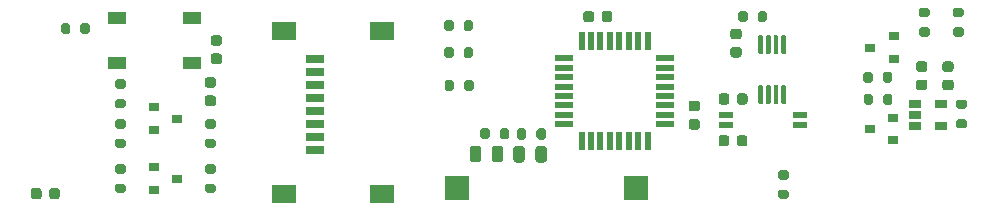
<source format=gbr>
%TF.GenerationSoftware,KiCad,Pcbnew,(5.1.10)-1*%
%TF.CreationDate,2021-07-02T15:13:39-07:00*%
%TF.ProjectId,BivalveBit,42697661-6c76-4654-9269-742e6b696361,A*%
%TF.SameCoordinates,Original*%
%TF.FileFunction,Paste,Top*%
%TF.FilePolarity,Positive*%
%FSLAX46Y46*%
G04 Gerber Fmt 4.6, Leading zero omitted, Abs format (unit mm)*
G04 Created by KiCad (PCBNEW (5.1.10)-1) date 2021-07-02 15:13:39*
%MOMM*%
%LPD*%
G01*
G04 APERTURE LIST*
%ADD10R,0.900000X0.800000*%
%ADD11R,1.060000X0.650000*%
%ADD12R,0.550000X1.600000*%
%ADD13R,1.600000X0.550000*%
%ADD14R,2.000000X2.000000*%
%ADD15R,1.600000X1.000000*%
%ADD16R,2.050000X1.500000*%
%ADD17R,1.500000X0.800000*%
%ADD18R,1.200000X0.600000*%
G04 APERTURE END LIST*
%TO.C,R17*%
G36*
G01*
X184234500Y-122218900D02*
X183684500Y-122218900D01*
G75*
G02*
X183484500Y-122018900I0J200000D01*
G01*
X183484500Y-121618900D01*
G75*
G02*
X183684500Y-121418900I200000J0D01*
G01*
X184234500Y-121418900D01*
G75*
G02*
X184434500Y-121618900I0J-200000D01*
G01*
X184434500Y-122018900D01*
G75*
G02*
X184234500Y-122218900I-200000J0D01*
G01*
G37*
G36*
G01*
X184234500Y-123868900D02*
X183684500Y-123868900D01*
G75*
G02*
X183484500Y-123668900I0J200000D01*
G01*
X183484500Y-123268900D01*
G75*
G02*
X183684500Y-123068900I200000J0D01*
G01*
X184234500Y-123068900D01*
G75*
G02*
X184434500Y-123268900I0J-200000D01*
G01*
X184434500Y-123668900D01*
G75*
G02*
X184234500Y-123868900I-200000J0D01*
G01*
G37*
%TD*%
%TO.C,R16*%
G36*
G01*
X181377000Y-122218900D02*
X180827000Y-122218900D01*
G75*
G02*
X180627000Y-122018900I0J200000D01*
G01*
X180627000Y-121618900D01*
G75*
G02*
X180827000Y-121418900I200000J0D01*
G01*
X181377000Y-121418900D01*
G75*
G02*
X181577000Y-121618900I0J-200000D01*
G01*
X181577000Y-122018900D01*
G75*
G02*
X181377000Y-122218900I-200000J0D01*
G01*
G37*
G36*
G01*
X181377000Y-123868900D02*
X180827000Y-123868900D01*
G75*
G02*
X180627000Y-123668900I0J200000D01*
G01*
X180627000Y-123268900D01*
G75*
G02*
X180827000Y-123068900I200000J0D01*
G01*
X181377000Y-123068900D01*
G75*
G02*
X181577000Y-123268900I0J-200000D01*
G01*
X181577000Y-123668900D01*
G75*
G02*
X181377000Y-123868900I-200000J0D01*
G01*
G37*
%TD*%
D10*
%TO.C,U4*%
X117840000Y-135890000D03*
X115840000Y-136840000D03*
X115840000Y-134940000D03*
%TD*%
D11*
%TO.C,U3*%
X182519500Y-129529800D03*
X182519500Y-131429800D03*
X180319500Y-131429800D03*
X180319500Y-130479800D03*
X180319500Y-129529800D03*
%TD*%
D12*
%TO.C,U2*%
X152072000Y-124242000D03*
X152872000Y-124242000D03*
X153672000Y-124242000D03*
X154472000Y-124242000D03*
X155272000Y-124242000D03*
X156072000Y-124242000D03*
X156872000Y-124242000D03*
X157672000Y-124242000D03*
D13*
X159122000Y-125692000D03*
X159122000Y-126492000D03*
X159122000Y-127292000D03*
X159122000Y-128092000D03*
X159122000Y-128892000D03*
X159122000Y-129692000D03*
X159122000Y-130492000D03*
X159122000Y-131292000D03*
D12*
X157672000Y-132742000D03*
X156872000Y-132742000D03*
X156072000Y-132742000D03*
X155272000Y-132742000D03*
X154472000Y-132742000D03*
X153672000Y-132742000D03*
X152872000Y-132742000D03*
X152072000Y-132742000D03*
D13*
X150622000Y-131292000D03*
X150622000Y-130492000D03*
X150622000Y-129692000D03*
X150622000Y-128892000D03*
X150622000Y-128092000D03*
X150622000Y-127292000D03*
X150622000Y-126492000D03*
X150622000Y-125692000D03*
%TD*%
D14*
%TO.C,SW2*%
X156658000Y-136652000D03*
X141538000Y-136652000D03*
%TD*%
D15*
%TO.C,RESET1*%
X119126000Y-126106000D03*
X112726000Y-126106000D03*
X119126000Y-122306000D03*
X112726000Y-122306000D03*
%TD*%
%TO.C,R15*%
G36*
G01*
X168889000Y-136823000D02*
X169439000Y-136823000D01*
G75*
G02*
X169639000Y-137023000I0J-200000D01*
G01*
X169639000Y-137423000D01*
G75*
G02*
X169439000Y-137623000I-200000J0D01*
G01*
X168889000Y-137623000D01*
G75*
G02*
X168689000Y-137423000I0J200000D01*
G01*
X168689000Y-137023000D01*
G75*
G02*
X168889000Y-136823000I200000J0D01*
G01*
G37*
G36*
G01*
X168889000Y-135173000D02*
X169439000Y-135173000D01*
G75*
G02*
X169639000Y-135373000I0J-200000D01*
G01*
X169639000Y-135773000D01*
G75*
G02*
X169439000Y-135973000I-200000J0D01*
G01*
X168889000Y-135973000D01*
G75*
G02*
X168689000Y-135773000I0J200000D01*
G01*
X168689000Y-135373000D01*
G75*
G02*
X168889000Y-135173000I200000J0D01*
G01*
G37*
%TD*%
%TO.C,R14*%
G36*
G01*
X183963900Y-130841300D02*
X184513900Y-130841300D01*
G75*
G02*
X184713900Y-131041300I0J-200000D01*
G01*
X184713900Y-131441300D01*
G75*
G02*
X184513900Y-131641300I-200000J0D01*
G01*
X183963900Y-131641300D01*
G75*
G02*
X183763900Y-131441300I0J200000D01*
G01*
X183763900Y-131041300D01*
G75*
G02*
X183963900Y-130841300I200000J0D01*
G01*
G37*
G36*
G01*
X183963900Y-129191300D02*
X184513900Y-129191300D01*
G75*
G02*
X184713900Y-129391300I0J-200000D01*
G01*
X184713900Y-129791300D01*
G75*
G02*
X184513900Y-129991300I-200000J0D01*
G01*
X183963900Y-129991300D01*
G75*
G02*
X183763900Y-129791300I0J200000D01*
G01*
X183763900Y-129391300D01*
G75*
G02*
X183963900Y-129191300I200000J0D01*
G01*
G37*
%TD*%
%TO.C,R13*%
G36*
G01*
X113305000Y-128290000D02*
X112755000Y-128290000D01*
G75*
G02*
X112555000Y-128090000I0J200000D01*
G01*
X112555000Y-127690000D01*
G75*
G02*
X112755000Y-127490000I200000J0D01*
G01*
X113305000Y-127490000D01*
G75*
G02*
X113505000Y-127690000I0J-200000D01*
G01*
X113505000Y-128090000D01*
G75*
G02*
X113305000Y-128290000I-200000J0D01*
G01*
G37*
G36*
G01*
X113305000Y-129940000D02*
X112755000Y-129940000D01*
G75*
G02*
X112555000Y-129740000I0J200000D01*
G01*
X112555000Y-129340000D01*
G75*
G02*
X112755000Y-129140000I200000J0D01*
G01*
X113305000Y-129140000D01*
G75*
G02*
X113505000Y-129340000I0J-200000D01*
G01*
X113505000Y-129740000D01*
G75*
G02*
X113305000Y-129940000I-200000J0D01*
G01*
G37*
%TD*%
%TO.C,R12*%
G36*
G01*
X120925000Y-131655000D02*
X120375000Y-131655000D01*
G75*
G02*
X120175000Y-131455000I0J200000D01*
G01*
X120175000Y-131055000D01*
G75*
G02*
X120375000Y-130855000I200000J0D01*
G01*
X120925000Y-130855000D01*
G75*
G02*
X121125000Y-131055000I0J-200000D01*
G01*
X121125000Y-131455000D01*
G75*
G02*
X120925000Y-131655000I-200000J0D01*
G01*
G37*
G36*
G01*
X120925000Y-133305000D02*
X120375000Y-133305000D01*
G75*
G02*
X120175000Y-133105000I0J200000D01*
G01*
X120175000Y-132705000D01*
G75*
G02*
X120375000Y-132505000I200000J0D01*
G01*
X120925000Y-132505000D01*
G75*
G02*
X121125000Y-132705000I0J-200000D01*
G01*
X121125000Y-133105000D01*
G75*
G02*
X120925000Y-133305000I-200000J0D01*
G01*
G37*
%TD*%
%TO.C,R11*%
G36*
G01*
X113305000Y-131655000D02*
X112755000Y-131655000D01*
G75*
G02*
X112555000Y-131455000I0J200000D01*
G01*
X112555000Y-131055000D01*
G75*
G02*
X112755000Y-130855000I200000J0D01*
G01*
X113305000Y-130855000D01*
G75*
G02*
X113505000Y-131055000I0J-200000D01*
G01*
X113505000Y-131455000D01*
G75*
G02*
X113305000Y-131655000I-200000J0D01*
G01*
G37*
G36*
G01*
X113305000Y-133305000D02*
X112755000Y-133305000D01*
G75*
G02*
X112555000Y-133105000I0J200000D01*
G01*
X112555000Y-132705000D01*
G75*
G02*
X112755000Y-132505000I200000J0D01*
G01*
X113305000Y-132505000D01*
G75*
G02*
X113505000Y-132705000I0J-200000D01*
G01*
X113505000Y-133105000D01*
G75*
G02*
X113305000Y-133305000I-200000J0D01*
G01*
G37*
%TD*%
%TO.C,R10*%
G36*
G01*
X120925000Y-135465000D02*
X120375000Y-135465000D01*
G75*
G02*
X120175000Y-135265000I0J200000D01*
G01*
X120175000Y-134865000D01*
G75*
G02*
X120375000Y-134665000I200000J0D01*
G01*
X120925000Y-134665000D01*
G75*
G02*
X121125000Y-134865000I0J-200000D01*
G01*
X121125000Y-135265000D01*
G75*
G02*
X120925000Y-135465000I-200000J0D01*
G01*
G37*
G36*
G01*
X120925000Y-137115000D02*
X120375000Y-137115000D01*
G75*
G02*
X120175000Y-136915000I0J200000D01*
G01*
X120175000Y-136515000D01*
G75*
G02*
X120375000Y-136315000I200000J0D01*
G01*
X120925000Y-136315000D01*
G75*
G02*
X121125000Y-136515000I0J-200000D01*
G01*
X121125000Y-136915000D01*
G75*
G02*
X120925000Y-137115000I-200000J0D01*
G01*
G37*
%TD*%
%TO.C,R9*%
G36*
G01*
X113305000Y-135465000D02*
X112755000Y-135465000D01*
G75*
G02*
X112555000Y-135265000I0J200000D01*
G01*
X112555000Y-134865000D01*
G75*
G02*
X112755000Y-134665000I200000J0D01*
G01*
X113305000Y-134665000D01*
G75*
G02*
X113505000Y-134865000I0J-200000D01*
G01*
X113505000Y-135265000D01*
G75*
G02*
X113305000Y-135465000I-200000J0D01*
G01*
G37*
G36*
G01*
X113305000Y-137115000D02*
X112755000Y-137115000D01*
G75*
G02*
X112555000Y-136915000I0J200000D01*
G01*
X112555000Y-136515000D01*
G75*
G02*
X112755000Y-136315000I200000J0D01*
G01*
X113305000Y-136315000D01*
G75*
G02*
X113505000Y-136515000I0J-200000D01*
G01*
X113505000Y-136915000D01*
G75*
G02*
X113305000Y-137115000I-200000J0D01*
G01*
G37*
%TD*%
%TO.C,R8*%
G36*
G01*
X141244000Y-122661000D02*
X141244000Y-123211000D01*
G75*
G02*
X141044000Y-123411000I-200000J0D01*
G01*
X140644000Y-123411000D01*
G75*
G02*
X140444000Y-123211000I0J200000D01*
G01*
X140444000Y-122661000D01*
G75*
G02*
X140644000Y-122461000I200000J0D01*
G01*
X141044000Y-122461000D01*
G75*
G02*
X141244000Y-122661000I0J-200000D01*
G01*
G37*
G36*
G01*
X142894000Y-122661000D02*
X142894000Y-123211000D01*
G75*
G02*
X142694000Y-123411000I-200000J0D01*
G01*
X142294000Y-123411000D01*
G75*
G02*
X142094000Y-123211000I0J200000D01*
G01*
X142094000Y-122661000D01*
G75*
G02*
X142294000Y-122461000I200000J0D01*
G01*
X142694000Y-122461000D01*
G75*
G02*
X142894000Y-122661000I0J-200000D01*
G01*
G37*
%TD*%
%TO.C,R7*%
G36*
G01*
X144304200Y-131805000D02*
X144304200Y-132355000D01*
G75*
G02*
X144104200Y-132555000I-200000J0D01*
G01*
X143704200Y-132555000D01*
G75*
G02*
X143504200Y-132355000I0J200000D01*
G01*
X143504200Y-131805000D01*
G75*
G02*
X143704200Y-131605000I200000J0D01*
G01*
X144104200Y-131605000D01*
G75*
G02*
X144304200Y-131805000I0J-200000D01*
G01*
G37*
G36*
G01*
X145954200Y-131805000D02*
X145954200Y-132355000D01*
G75*
G02*
X145754200Y-132555000I-200000J0D01*
G01*
X145354200Y-132555000D01*
G75*
G02*
X145154200Y-132355000I0J200000D01*
G01*
X145154200Y-131805000D01*
G75*
G02*
X145354200Y-131605000I200000J0D01*
G01*
X145754200Y-131605000D01*
G75*
G02*
X145954200Y-131805000I0J-200000D01*
G01*
G37*
%TD*%
%TO.C,R6*%
G36*
G01*
X141244000Y-124947000D02*
X141244000Y-125497000D01*
G75*
G02*
X141044000Y-125697000I-200000J0D01*
G01*
X140644000Y-125697000D01*
G75*
G02*
X140444000Y-125497000I0J200000D01*
G01*
X140444000Y-124947000D01*
G75*
G02*
X140644000Y-124747000I200000J0D01*
G01*
X141044000Y-124747000D01*
G75*
G02*
X141244000Y-124947000I0J-200000D01*
G01*
G37*
G36*
G01*
X142894000Y-124947000D02*
X142894000Y-125497000D01*
G75*
G02*
X142694000Y-125697000I-200000J0D01*
G01*
X142294000Y-125697000D01*
G75*
G02*
X142094000Y-125497000I0J200000D01*
G01*
X142094000Y-124947000D01*
G75*
G02*
X142294000Y-124747000I200000J0D01*
G01*
X142694000Y-124747000D01*
G75*
G02*
X142894000Y-124947000I0J-200000D01*
G01*
G37*
%TD*%
%TO.C,R5*%
G36*
G01*
X176752700Y-128896700D02*
X176752700Y-129446700D01*
G75*
G02*
X176552700Y-129646700I-200000J0D01*
G01*
X176152700Y-129646700D01*
G75*
G02*
X175952700Y-129446700I0J200000D01*
G01*
X175952700Y-128896700D01*
G75*
G02*
X176152700Y-128696700I200000J0D01*
G01*
X176552700Y-128696700D01*
G75*
G02*
X176752700Y-128896700I0J-200000D01*
G01*
G37*
G36*
G01*
X178402700Y-128896700D02*
X178402700Y-129446700D01*
G75*
G02*
X178202700Y-129646700I-200000J0D01*
G01*
X177802700Y-129646700D01*
G75*
G02*
X177602700Y-129446700I0J200000D01*
G01*
X177602700Y-128896700D01*
G75*
G02*
X177802700Y-128696700I200000J0D01*
G01*
X178202700Y-128696700D01*
G75*
G02*
X178402700Y-128896700I0J-200000D01*
G01*
G37*
%TD*%
%TO.C,R4*%
G36*
G01*
X176740000Y-127029800D02*
X176740000Y-127579800D01*
G75*
G02*
X176540000Y-127779800I-200000J0D01*
G01*
X176140000Y-127779800D01*
G75*
G02*
X175940000Y-127579800I0J200000D01*
G01*
X175940000Y-127029800D01*
G75*
G02*
X176140000Y-126829800I200000J0D01*
G01*
X176540000Y-126829800D01*
G75*
G02*
X176740000Y-127029800I0J-200000D01*
G01*
G37*
G36*
G01*
X178390000Y-127029800D02*
X178390000Y-127579800D01*
G75*
G02*
X178190000Y-127779800I-200000J0D01*
G01*
X177790000Y-127779800D01*
G75*
G02*
X177590000Y-127579800I0J200000D01*
G01*
X177590000Y-127029800D01*
G75*
G02*
X177790000Y-126829800I200000J0D01*
G01*
X178190000Y-126829800D01*
G75*
G02*
X178390000Y-127029800I0J-200000D01*
G01*
G37*
%TD*%
%TO.C,R3*%
G36*
G01*
X142131600Y-128278300D02*
X142131600Y-127728300D01*
G75*
G02*
X142331600Y-127528300I200000J0D01*
G01*
X142731600Y-127528300D01*
G75*
G02*
X142931600Y-127728300I0J-200000D01*
G01*
X142931600Y-128278300D01*
G75*
G02*
X142731600Y-128478300I-200000J0D01*
G01*
X142331600Y-128478300D01*
G75*
G02*
X142131600Y-128278300I0J200000D01*
G01*
G37*
G36*
G01*
X140481600Y-128278300D02*
X140481600Y-127728300D01*
G75*
G02*
X140681600Y-127528300I200000J0D01*
G01*
X141081600Y-127528300D01*
G75*
G02*
X141281600Y-127728300I0J-200000D01*
G01*
X141281600Y-128278300D01*
G75*
G02*
X141081600Y-128478300I-200000J0D01*
G01*
X140681600Y-128478300D01*
G75*
G02*
X140481600Y-128278300I0J200000D01*
G01*
G37*
%TD*%
%TO.C,R2*%
G36*
G01*
X109645000Y-123465000D02*
X109645000Y-122915000D01*
G75*
G02*
X109845000Y-122715000I200000J0D01*
G01*
X110245000Y-122715000D01*
G75*
G02*
X110445000Y-122915000I0J-200000D01*
G01*
X110445000Y-123465000D01*
G75*
G02*
X110245000Y-123665000I-200000J0D01*
G01*
X109845000Y-123665000D01*
G75*
G02*
X109645000Y-123465000I0J200000D01*
G01*
G37*
G36*
G01*
X107995000Y-123465000D02*
X107995000Y-122915000D01*
G75*
G02*
X108195000Y-122715000I200000J0D01*
G01*
X108595000Y-122715000D01*
G75*
G02*
X108795000Y-122915000I0J-200000D01*
G01*
X108795000Y-123465000D01*
G75*
G02*
X108595000Y-123665000I-200000J0D01*
G01*
X108195000Y-123665000D01*
G75*
G02*
X107995000Y-123465000I0J200000D01*
G01*
G37*
%TD*%
%TO.C,R1*%
G36*
G01*
X166986000Y-122449000D02*
X166986000Y-121899000D01*
G75*
G02*
X167186000Y-121699000I200000J0D01*
G01*
X167586000Y-121699000D01*
G75*
G02*
X167786000Y-121899000I0J-200000D01*
G01*
X167786000Y-122449000D01*
G75*
G02*
X167586000Y-122649000I-200000J0D01*
G01*
X167186000Y-122649000D01*
G75*
G02*
X166986000Y-122449000I0J200000D01*
G01*
G37*
G36*
G01*
X165336000Y-122449000D02*
X165336000Y-121899000D01*
G75*
G02*
X165536000Y-121699000I200000J0D01*
G01*
X165936000Y-121699000D01*
G75*
G02*
X166136000Y-121899000I0J-200000D01*
G01*
X166136000Y-122449000D01*
G75*
G02*
X165936000Y-122649000I-200000J0D01*
G01*
X165536000Y-122649000D01*
G75*
G02*
X165336000Y-122449000I0J200000D01*
G01*
G37*
%TD*%
D10*
%TO.C,Q3*%
X117840000Y-130810000D03*
X115840000Y-131760000D03*
X115840000Y-129860000D03*
%TD*%
%TO.C,Q2*%
X176469800Y-131673600D03*
X178469800Y-130723600D03*
X178469800Y-132623600D03*
%TD*%
%TO.C,Q1*%
X176533300Y-124790200D03*
X178533300Y-123840200D03*
X178533300Y-125740200D03*
%TD*%
D16*
%TO.C,microSD1*%
X126872000Y-123427000D03*
X135172000Y-123427000D03*
X135172000Y-137177000D03*
X126872000Y-137177000D03*
D17*
X129472000Y-125802000D03*
X129472000Y-126902000D03*
X129472000Y-128002000D03*
X129472000Y-129102000D03*
X129472000Y-130202000D03*
X129472000Y-131302000D03*
X129472000Y-132402000D03*
X129472000Y-133502000D03*
%TD*%
%TO.C,D1*%
G36*
G01*
X144480700Y-134263450D02*
X144480700Y-133350950D01*
G75*
G02*
X144724450Y-133107200I243750J0D01*
G01*
X145211950Y-133107200D01*
G75*
G02*
X145455700Y-133350950I0J-243750D01*
G01*
X145455700Y-134263450D01*
G75*
G02*
X145211950Y-134507200I-243750J0D01*
G01*
X144724450Y-134507200D01*
G75*
G02*
X144480700Y-134263450I0J243750D01*
G01*
G37*
G36*
G01*
X142605700Y-134263450D02*
X142605700Y-133350950D01*
G75*
G02*
X142849450Y-133107200I243750J0D01*
G01*
X143336950Y-133107200D01*
G75*
G02*
X143580700Y-133350950I0J-243750D01*
G01*
X143580700Y-134263450D01*
G75*
G02*
X143336950Y-134507200I-243750J0D01*
G01*
X142849450Y-134507200D01*
G75*
G02*
X142605700Y-134263450I0J243750D01*
G01*
G37*
%TD*%
D18*
%TO.C,Crystal_32.768kHz1*%
X164274100Y-130474300D03*
X170574100Y-130474300D03*
X170574100Y-131374300D03*
X164274100Y-131374300D03*
%TD*%
%TO.C,C8*%
G36*
G01*
X153129100Y-121924000D02*
X153129100Y-122424000D01*
G75*
G02*
X152904100Y-122649000I-225000J0D01*
G01*
X152454100Y-122649000D01*
G75*
G02*
X152229100Y-122424000I0J225000D01*
G01*
X152229100Y-121924000D01*
G75*
G02*
X152454100Y-121699000I225000J0D01*
G01*
X152904100Y-121699000D01*
G75*
G02*
X153129100Y-121924000I0J-225000D01*
G01*
G37*
G36*
G01*
X154679100Y-121924000D02*
X154679100Y-122424000D01*
G75*
G02*
X154454100Y-122649000I-225000J0D01*
G01*
X154004100Y-122649000D01*
G75*
G02*
X153779100Y-122424000I0J225000D01*
G01*
X153779100Y-121924000D01*
G75*
G02*
X154004100Y-121699000I225000J0D01*
G01*
X154454100Y-121699000D01*
G75*
G02*
X154679100Y-121924000I0J-225000D01*
G01*
G37*
%TD*%
%TO.C,C7*%
G36*
G01*
X121408000Y-124643000D02*
X120908000Y-124643000D01*
G75*
G02*
X120683000Y-124418000I0J225000D01*
G01*
X120683000Y-123968000D01*
G75*
G02*
X120908000Y-123743000I225000J0D01*
G01*
X121408000Y-123743000D01*
G75*
G02*
X121633000Y-123968000I0J-225000D01*
G01*
X121633000Y-124418000D01*
G75*
G02*
X121408000Y-124643000I-225000J0D01*
G01*
G37*
G36*
G01*
X121408000Y-126193000D02*
X120908000Y-126193000D01*
G75*
G02*
X120683000Y-125968000I0J225000D01*
G01*
X120683000Y-125518000D01*
G75*
G02*
X120908000Y-125293000I225000J0D01*
G01*
X121408000Y-125293000D01*
G75*
G02*
X121633000Y-125518000I0J-225000D01*
G01*
X121633000Y-125968000D01*
G75*
G02*
X121408000Y-126193000I-225000J0D01*
G01*
G37*
%TD*%
%TO.C,C6*%
G36*
G01*
X120400000Y-128849000D02*
X120900000Y-128849000D01*
G75*
G02*
X121125000Y-129074000I0J-225000D01*
G01*
X121125000Y-129524000D01*
G75*
G02*
X120900000Y-129749000I-225000J0D01*
G01*
X120400000Y-129749000D01*
G75*
G02*
X120175000Y-129524000I0J225000D01*
G01*
X120175000Y-129074000D01*
G75*
G02*
X120400000Y-128849000I225000J0D01*
G01*
G37*
G36*
G01*
X120400000Y-127299000D02*
X120900000Y-127299000D01*
G75*
G02*
X121125000Y-127524000I0J-225000D01*
G01*
X121125000Y-127974000D01*
G75*
G02*
X120900000Y-128199000I-225000J0D01*
G01*
X120400000Y-128199000D01*
G75*
G02*
X120175000Y-127974000I0J225000D01*
G01*
X120175000Y-127524000D01*
G75*
G02*
X120400000Y-127299000I225000J0D01*
G01*
G37*
%TD*%
%TO.C,C5*%
G36*
G01*
X183345900Y-126865500D02*
X182845900Y-126865500D01*
G75*
G02*
X182620900Y-126640500I0J225000D01*
G01*
X182620900Y-126190500D01*
G75*
G02*
X182845900Y-125965500I225000J0D01*
G01*
X183345900Y-125965500D01*
G75*
G02*
X183570900Y-126190500I0J-225000D01*
G01*
X183570900Y-126640500D01*
G75*
G02*
X183345900Y-126865500I-225000J0D01*
G01*
G37*
G36*
G01*
X183345900Y-128415500D02*
X182845900Y-128415500D01*
G75*
G02*
X182620900Y-128190500I0J225000D01*
G01*
X182620900Y-127740500D01*
G75*
G02*
X182845900Y-127515500I225000J0D01*
G01*
X183345900Y-127515500D01*
G75*
G02*
X183570900Y-127740500I0J-225000D01*
G01*
X183570900Y-128190500D01*
G75*
G02*
X183345900Y-128415500I-225000J0D01*
G01*
G37*
%TD*%
%TO.C,C4*%
G36*
G01*
X161870200Y-130192900D02*
X161370200Y-130192900D01*
G75*
G02*
X161145200Y-129967900I0J225000D01*
G01*
X161145200Y-129517900D01*
G75*
G02*
X161370200Y-129292900I225000J0D01*
G01*
X161870200Y-129292900D01*
G75*
G02*
X162095200Y-129517900I0J-225000D01*
G01*
X162095200Y-129967900D01*
G75*
G02*
X161870200Y-130192900I-225000J0D01*
G01*
G37*
G36*
G01*
X161870200Y-131742900D02*
X161370200Y-131742900D01*
G75*
G02*
X161145200Y-131517900I0J225000D01*
G01*
X161145200Y-131067900D01*
G75*
G02*
X161370200Y-130842900I225000J0D01*
G01*
X161870200Y-130842900D01*
G75*
G02*
X162095200Y-131067900I0J-225000D01*
G01*
X162095200Y-131517900D01*
G75*
G02*
X161870200Y-131742900I-225000J0D01*
G01*
G37*
%TD*%
%TO.C,C3*%
G36*
G01*
X181123400Y-126852800D02*
X180623400Y-126852800D01*
G75*
G02*
X180398400Y-126627800I0J225000D01*
G01*
X180398400Y-126177800D01*
G75*
G02*
X180623400Y-125952800I225000J0D01*
G01*
X181123400Y-125952800D01*
G75*
G02*
X181348400Y-126177800I0J-225000D01*
G01*
X181348400Y-126627800D01*
G75*
G02*
X181123400Y-126852800I-225000J0D01*
G01*
G37*
G36*
G01*
X181123400Y-128402800D02*
X180623400Y-128402800D01*
G75*
G02*
X180398400Y-128177800I0J225000D01*
G01*
X180398400Y-127727800D01*
G75*
G02*
X180623400Y-127502800I225000J0D01*
G01*
X181123400Y-127502800D01*
G75*
G02*
X181348400Y-127727800I0J-225000D01*
G01*
X181348400Y-128177800D01*
G75*
G02*
X181123400Y-128402800I-225000J0D01*
G01*
G37*
%TD*%
%TO.C,C2*%
G36*
G01*
X107005000Y-137410000D02*
X107005000Y-136910000D01*
G75*
G02*
X107230000Y-136685000I225000J0D01*
G01*
X107680000Y-136685000D01*
G75*
G02*
X107905000Y-136910000I0J-225000D01*
G01*
X107905000Y-137410000D01*
G75*
G02*
X107680000Y-137635000I-225000J0D01*
G01*
X107230000Y-137635000D01*
G75*
G02*
X107005000Y-137410000I0J225000D01*
G01*
G37*
G36*
G01*
X105455000Y-137410000D02*
X105455000Y-136910000D01*
G75*
G02*
X105680000Y-136685000I225000J0D01*
G01*
X106130000Y-136685000D01*
G75*
G02*
X106355000Y-136910000I0J-225000D01*
G01*
X106355000Y-137410000D01*
G75*
G02*
X106130000Y-137635000I-225000J0D01*
G01*
X105680000Y-137635000D01*
G75*
G02*
X105455000Y-137410000I0J225000D01*
G01*
G37*
%TD*%
%TO.C,C1*%
G36*
G01*
X164900800Y-124746900D02*
X165400800Y-124746900D01*
G75*
G02*
X165625800Y-124971900I0J-225000D01*
G01*
X165625800Y-125421900D01*
G75*
G02*
X165400800Y-125646900I-225000J0D01*
G01*
X164900800Y-125646900D01*
G75*
G02*
X164675800Y-125421900I0J225000D01*
G01*
X164675800Y-124971900D01*
G75*
G02*
X164900800Y-124746900I225000J0D01*
G01*
G37*
G36*
G01*
X164900800Y-123196900D02*
X165400800Y-123196900D01*
G75*
G02*
X165625800Y-123421900I0J-225000D01*
G01*
X165625800Y-123871900D01*
G75*
G02*
X165400800Y-124096900I-225000J0D01*
G01*
X164900800Y-124096900D01*
G75*
G02*
X164675800Y-123871900I0J225000D01*
G01*
X164675800Y-123421900D01*
G75*
G02*
X164900800Y-123196900I225000J0D01*
G01*
G37*
%TD*%
%TO.C,C9*%
G36*
G01*
X166134500Y-128896300D02*
X166134500Y-129396300D01*
G75*
G02*
X165909500Y-129621300I-225000J0D01*
G01*
X165459500Y-129621300D01*
G75*
G02*
X165234500Y-129396300I0J225000D01*
G01*
X165234500Y-128896300D01*
G75*
G02*
X165459500Y-128671300I225000J0D01*
G01*
X165909500Y-128671300D01*
G75*
G02*
X166134500Y-128896300I0J-225000D01*
G01*
G37*
G36*
G01*
X164584500Y-128896300D02*
X164584500Y-129396300D01*
G75*
G02*
X164359500Y-129621300I-225000J0D01*
G01*
X163909500Y-129621300D01*
G75*
G02*
X163684500Y-129396300I0J225000D01*
G01*
X163684500Y-128896300D01*
G75*
G02*
X163909500Y-128671300I225000J0D01*
G01*
X164359500Y-128671300D01*
G75*
G02*
X164584500Y-128896300I0J-225000D01*
G01*
G37*
%TD*%
%TO.C,C10*%
G36*
G01*
X165221800Y-132939600D02*
X165221800Y-132439600D01*
G75*
G02*
X165446800Y-132214600I225000J0D01*
G01*
X165896800Y-132214600D01*
G75*
G02*
X166121800Y-132439600I0J-225000D01*
G01*
X166121800Y-132939600D01*
G75*
G02*
X165896800Y-133164600I-225000J0D01*
G01*
X165446800Y-133164600D01*
G75*
G02*
X165221800Y-132939600I0J225000D01*
G01*
G37*
G36*
G01*
X163671800Y-132939600D02*
X163671800Y-132439600D01*
G75*
G02*
X163896800Y-132214600I225000J0D01*
G01*
X164346800Y-132214600D01*
G75*
G02*
X164571800Y-132439600I0J-225000D01*
G01*
X164571800Y-132939600D01*
G75*
G02*
X164346800Y-133164600I-225000J0D01*
G01*
X163896800Y-133164600D01*
G75*
G02*
X163671800Y-132939600I0J225000D01*
G01*
G37*
%TD*%
%TO.C,RTC1*%
G36*
G01*
X167336500Y-129594800D02*
X167136500Y-129594800D01*
G75*
G02*
X167036500Y-129494800I0J100000D01*
G01*
X167036500Y-128069800D01*
G75*
G02*
X167136500Y-127969800I100000J0D01*
G01*
X167336500Y-127969800D01*
G75*
G02*
X167436500Y-128069800I0J-100000D01*
G01*
X167436500Y-129494800D01*
G75*
G02*
X167336500Y-129594800I-100000J0D01*
G01*
G37*
G36*
G01*
X167986500Y-129594800D02*
X167786500Y-129594800D01*
G75*
G02*
X167686500Y-129494800I0J100000D01*
G01*
X167686500Y-128069800D01*
G75*
G02*
X167786500Y-127969800I100000J0D01*
G01*
X167986500Y-127969800D01*
G75*
G02*
X168086500Y-128069800I0J-100000D01*
G01*
X168086500Y-129494800D01*
G75*
G02*
X167986500Y-129594800I-100000J0D01*
G01*
G37*
G36*
G01*
X168636500Y-129594800D02*
X168436500Y-129594800D01*
G75*
G02*
X168336500Y-129494800I0J100000D01*
G01*
X168336500Y-128069800D01*
G75*
G02*
X168436500Y-127969800I100000J0D01*
G01*
X168636500Y-127969800D01*
G75*
G02*
X168736500Y-128069800I0J-100000D01*
G01*
X168736500Y-129494800D01*
G75*
G02*
X168636500Y-129594800I-100000J0D01*
G01*
G37*
G36*
G01*
X169286500Y-129594800D02*
X169086500Y-129594800D01*
G75*
G02*
X168986500Y-129494800I0J100000D01*
G01*
X168986500Y-128069800D01*
G75*
G02*
X169086500Y-127969800I100000J0D01*
G01*
X169286500Y-127969800D01*
G75*
G02*
X169386500Y-128069800I0J-100000D01*
G01*
X169386500Y-129494800D01*
G75*
G02*
X169286500Y-129594800I-100000J0D01*
G01*
G37*
G36*
G01*
X169286500Y-125369800D02*
X169086500Y-125369800D01*
G75*
G02*
X168986500Y-125269800I0J100000D01*
G01*
X168986500Y-123844800D01*
G75*
G02*
X169086500Y-123744800I100000J0D01*
G01*
X169286500Y-123744800D01*
G75*
G02*
X169386500Y-123844800I0J-100000D01*
G01*
X169386500Y-125269800D01*
G75*
G02*
X169286500Y-125369800I-100000J0D01*
G01*
G37*
G36*
G01*
X168636500Y-125369800D02*
X168436500Y-125369800D01*
G75*
G02*
X168336500Y-125269800I0J100000D01*
G01*
X168336500Y-123844800D01*
G75*
G02*
X168436500Y-123744800I100000J0D01*
G01*
X168636500Y-123744800D01*
G75*
G02*
X168736500Y-123844800I0J-100000D01*
G01*
X168736500Y-125269800D01*
G75*
G02*
X168636500Y-125369800I-100000J0D01*
G01*
G37*
G36*
G01*
X167986500Y-125369800D02*
X167786500Y-125369800D01*
G75*
G02*
X167686500Y-125269800I0J100000D01*
G01*
X167686500Y-123844800D01*
G75*
G02*
X167786500Y-123744800I100000J0D01*
G01*
X167986500Y-123744800D01*
G75*
G02*
X168086500Y-123844800I0J-100000D01*
G01*
X168086500Y-125269800D01*
G75*
G02*
X167986500Y-125369800I-100000J0D01*
G01*
G37*
G36*
G01*
X167336500Y-125369800D02*
X167136500Y-125369800D01*
G75*
G02*
X167036500Y-125269800I0J100000D01*
G01*
X167036500Y-123844800D01*
G75*
G02*
X167136500Y-123744800I100000J0D01*
G01*
X167336500Y-123744800D01*
G75*
G02*
X167436500Y-123844800I0J-100000D01*
G01*
X167436500Y-125269800D01*
G75*
G02*
X167336500Y-125369800I-100000J0D01*
G01*
G37*
%TD*%
%TO.C,D2*%
G36*
G01*
X146288700Y-134288850D02*
X146288700Y-133376350D01*
G75*
G02*
X146532450Y-133132600I243750J0D01*
G01*
X147019950Y-133132600D01*
G75*
G02*
X147263700Y-133376350I0J-243750D01*
G01*
X147263700Y-134288850D01*
G75*
G02*
X147019950Y-134532600I-243750J0D01*
G01*
X146532450Y-134532600D01*
G75*
G02*
X146288700Y-134288850I0J243750D01*
G01*
G37*
G36*
G01*
X148163700Y-134288850D02*
X148163700Y-133376350D01*
G75*
G02*
X148407450Y-133132600I243750J0D01*
G01*
X148894950Y-133132600D01*
G75*
G02*
X149138700Y-133376350I0J-243750D01*
G01*
X149138700Y-134288850D01*
G75*
G02*
X148894950Y-134532600I-243750J0D01*
G01*
X148407450Y-134532600D01*
G75*
G02*
X148163700Y-134288850I0J243750D01*
G01*
G37*
%TD*%
%TO.C,R18*%
G36*
G01*
X149053000Y-131843100D02*
X149053000Y-132393100D01*
G75*
G02*
X148853000Y-132593100I-200000J0D01*
G01*
X148453000Y-132593100D01*
G75*
G02*
X148253000Y-132393100I0J200000D01*
G01*
X148253000Y-131843100D01*
G75*
G02*
X148453000Y-131643100I200000J0D01*
G01*
X148853000Y-131643100D01*
G75*
G02*
X149053000Y-131843100I0J-200000D01*
G01*
G37*
G36*
G01*
X147403000Y-131843100D02*
X147403000Y-132393100D01*
G75*
G02*
X147203000Y-132593100I-200000J0D01*
G01*
X146803000Y-132593100D01*
G75*
G02*
X146603000Y-132393100I0J200000D01*
G01*
X146603000Y-131843100D01*
G75*
G02*
X146803000Y-131643100I200000J0D01*
G01*
X147203000Y-131643100D01*
G75*
G02*
X147403000Y-131843100I0J-200000D01*
G01*
G37*
%TD*%
M02*

</source>
